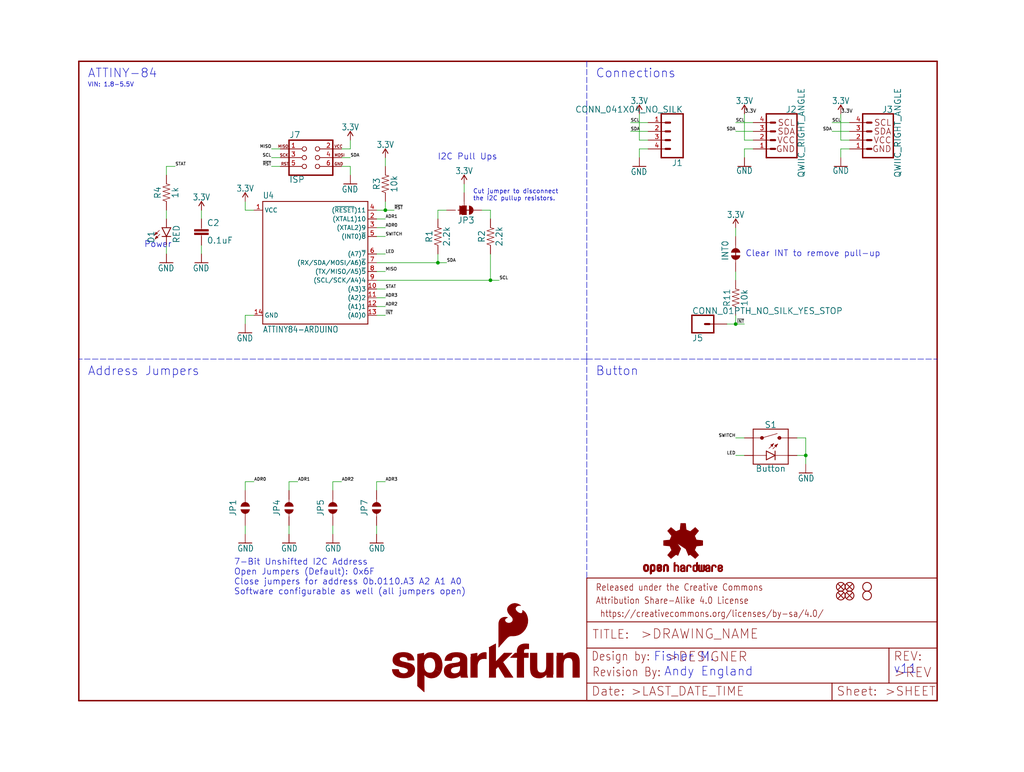
<source format=kicad_sch>
(kicad_sch (version 20211123) (generator eeschema)
  (paper "User" 297.002 223.926)
  (lib_symbols
    (symbol "eagleSchem-eagle-import:0.1UF-0603-25V-(+80{slash}-20%)"
      (property "Reference" "C" (at 1.524 2.921 0))
      (property "Value" "0.1UF-0603-25V-(+80{slash}-20%)" (at 1.524 -2.159 0))
      (symbol "0.1UF-0603-25V-(+80{slash}-20%)_1_0"
        (pin passive line (at 0 5.08 270) (length 2.54) (name "1") (number "1"))
        (pin passive line (at 0 -2.54 90) (length 2.54) (name "2") (number "2"))
      )
    )
    (symbol "eagleSchem-eagle-import:10KOHM-0603-1{slash}10W-1%"
      (property "Reference" "R" (at 0 1.524 0))
      (property "Value" "10KOHM-0603-1{slash}10W-1%" (at 0 -1.524 0))
      (symbol "10KOHM-0603-1{slash}10W-1%_1_0"
        (pin passive line (at -5.08 0 0) (length 2.54) (name "1") (number "1"))
        (pin passive line (at 5.08 0 180) (length 2.54) (name "2") (number "2"))
      )
    )
    (symbol "eagleSchem-eagle-import:1KOHM-0603-1{slash}10W-1%"
      (property "Reference" "R" (at 0 1.524 0))
      (property "Value" "1KOHM-0603-1{slash}10W-1%" (at 0 -1.524 0))
      (symbol "1KOHM-0603-1{slash}10W-1%_1_0"
        (pin passive line (at -5.08 0 0) (length 2.54) (name "1") (number "1"))
        (pin passive line (at 5.08 0 180) (length 2.54) (name "2") (number "2"))
      )
    )
    (symbol "eagleSchem-eagle-import:2.2KOHM-0603-1{slash}10W-1%"
      (property "Reference" "R" (at 0 1.524 0))
      (property "Value" "2.2KOHM-0603-1{slash}10W-1%" (at 0 -1.524 0))
      (symbol "2.2KOHM-0603-1{slash}10W-1%_1_0"
        (pin passive line (at -5.08 0 0) (length 2.54) (name "1") (number "1"))
        (pin passive line (at 5.08 0 180) (length 2.54) (name "2") (number "2"))
      )
    )
    (symbol "eagleSchem-eagle-import:3.3V" (power)
      (property "Value" "3.3V" (at 0 2.794 0))
      (symbol "3.3V_1_0"
        (pin power_in line (at 0 0 90) (length 2.54) (name "3.3V") (number "1"))
      )
    )
    (symbol "eagleSchem-eagle-import:ATTINY84-ARDUINO"
      (property "Reference" "U" (at -15.24 18.542 0))
      (property "Value" "ATTINY84-ARDUINO" (at -15.24 -20.32 0))
      (symbol "ATTINY84-ARDUINO_1_0"
        (pin bidirectional line (at -17.78 15.24 0) (length 2.54) (name "VCC") (number "1"))
        (pin bidirectional line (at 17.78 -7.62 180) (length 2.54) (name "(A3)3") (number "10"))
        (pin bidirectional line (at 17.78 -10.16 180) (length 2.54) (name "(A2)2") (number "11"))
        (pin bidirectional line (at 17.78 -12.7 180) (length 2.54) (name "(A1)1") (number "12"))
        (pin bidirectional line (at 17.78 -15.24 180) (length 2.54) (name "(A0)0") (number "13"))
        (pin bidirectional line (at -17.78 -15.24 0) (length 2.54) (name "GND") (number "14"))
        (pin bidirectional line (at 17.78 12.7 180) (length 2.54) (name "(XTAL1)10") (number "2"))
        (pin bidirectional line (at 17.78 10.16 180) (length 2.54) (name "(XTAL2)9") (number "3"))
        (pin bidirectional line (at 17.78 15.24 180) (length 2.54) (name "(~{RESET})11") (number "4"))
        (pin bidirectional line (at 17.78 7.62 180) (length 2.54) (name "(INT0)~{8}") (number "5"))
        (pin bidirectional line (at 17.78 2.54 180) (length 2.54) (name "(A7)~{7}") (number "6"))
        (pin bidirectional line (at 17.78 0 180) (length 2.54) (name "(RX/SDA/MOSI/A6)~{6}") (number "7"))
        (pin bidirectional line (at 17.78 -2.54 180) (length 2.54) (name "(TX/MISO/A5)~{5}") (number "8"))
        (pin bidirectional line (at 17.78 -5.08 180) (length 2.54) (name "(SCL/SCK/A4)4") (number "9"))
      )
    )
    (symbol "eagleSchem-eagle-import:AVR_SPI_PROG_3X2TESTPOINTS"
      (property "Reference" "J" (at -5.08 5.588 0))
      (property "Value" "AVR_SPI_PROG_3X2TESTPOINTS" (at -5.08 -7.366 0))
      (symbol "AVR_SPI_PROG_3X2TESTPOINTS_1_0"
        (text "GND" (at 8.001 -2.286 0) (effects (font (size 0.8128 0.8128)) (justify left bottom)))
        (text "MISO" (at -5.207 2.794 0) (effects (font (size 0.8128 0.8128)) (justify right bottom)))
        (text "MOSI" (at 8.001 0.254 0) (effects (font (size 0.8128 0.8128)) (justify left bottom)))
        (text "RST" (at -5.08 -2.286 0) (effects (font (size 0.8128 0.8128)) (justify right bottom)))
        (text "SCK" (at -5.207 0.254 0) (effects (font (size 0.8128 0.8128)) (justify right bottom)))
        (text "VCC" (at 8.001 2.794 0) (effects (font (size 0.8128 0.8128)) (justify left bottom)))
        (pin passive inverted (at -7.62 2.54 0) (length 7.62) (name "1") (number "1"))
        (pin passive inverted (at 10.16 2.54 180) (length 7.62) (name "2") (number "2"))
        (pin passive inverted (at -7.62 0 0) (length 7.62) (name "3") (number "3"))
        (pin passive inverted (at 10.16 0 180) (length 7.62) (name "4") (number "4"))
        (pin passive inverted (at -7.62 -2.54 0) (length 7.62) (name "5") (number "5"))
        (pin passive inverted (at 10.16 -2.54 180) (length 7.62) (name "6") (number "6"))
      )
    )
    (symbol "eagleSchem-eagle-import:CONN_01PTH_NO_SILK_YES_STOP"
      (property "Reference" "J" (at -2.54 3.048 0))
      (property "Value" "CONN_01PTH_NO_SILK_YES_STOP" (at -2.54 -4.826 0))
      (symbol "CONN_01PTH_NO_SILK_YES_STOP_1_0"
        (pin passive line (at 7.62 0 180) (length 5.08) (name "1") (number "1"))
      )
    )
    (symbol "eagleSchem-eagle-import:CONN_041X04_NO_SILK"
      (property "Reference" "J" (at -5.08 8.128 0))
      (property "Value" "CONN_041X04_NO_SILK" (at -5.08 -7.366 0))
      (symbol "CONN_041X04_NO_SILK_1_0"
        (pin passive line (at 5.08 -2.54 180) (length 5.08) (name "1") (number "1"))
        (pin passive line (at 5.08 0 180) (length 5.08) (name "2") (number "2"))
        (pin passive line (at 5.08 2.54 180) (length 5.08) (name "3") (number "3"))
        (pin passive line (at 5.08 5.08 180) (length 5.08) (name "4") (number "4"))
      )
    )
    (symbol "eagleSchem-eagle-import:FIDUCIALUFIDUCIAL")
    (symbol "eagleSchem-eagle-import:FRAME-LETTER"
      (symbol "FRAME-LETTER_2_0"
        (text " https://creativecommons.org/licenses/by-sa/4.0/" (at 2.54 24.13 0) (effects (font (size 1.9304 1.6408)) (justify left bottom)))
        (text ">DESIGNER" (at 23.114 11.176 0) (effects (font (size 2.7432 2.7432)) (justify left bottom)))
        (text ">DRAWING_NAME" (at 15.494 17.78 0) (effects (font (size 2.7432 2.7432)) (justify left bottom)))
        (text ">LAST_DATE_TIME" (at 12.7 1.27 0) (effects (font (size 2.54 2.54)) (justify left bottom)))
        (text ">REV" (at 88.9 6.604 0) (effects (font (size 2.7432 2.7432)) (justify left bottom)))
        (text ">SHEET" (at 86.36 1.27 0) (effects (font (size 2.54 2.54)) (justify left bottom)))
        (text "Attribution Share-Alike 4.0 License" (at 2.54 27.94 0) (effects (font (size 1.9304 1.6408)) (justify left bottom)))
        (text "Date:" (at 1.27 1.27 0) (effects (font (size 2.54 2.54)) (justify left bottom)))
        (text "Design by:" (at 1.27 11.43 0) (effects (font (size 2.54 2.159)) (justify left bottom)))
        (text "Released under the Creative Commons" (at 2.54 31.75 0) (effects (font (size 1.9304 1.6408)) (justify left bottom)))
        (text "REV:" (at 88.9 11.43 0) (effects (font (size 2.54 2.54)) (justify left bottom)))
        (text "Sheet:" (at 72.39 1.27 0) (effects (font (size 2.54 2.54)) (justify left bottom)))
        (text "TITLE:" (at 1.524 17.78 0) (effects (font (size 2.54 2.54)) (justify left bottom)))
      )
    )
    (symbol "eagleSchem-eagle-import:GND" (power)
      (property "Value" "GND" (at -2.54 -2.54 0))
      (symbol "GND_1_0"
        (pin power_in line (at 0 2.54 270) (length 2.54) (name "GND") (number "1"))
      )
    )
    (symbol "eagleSchem-eagle-import:JUMPER-SMT_2_NC_TRACE_SILK"
      (property "Reference" "JP" (at -2.54 2.54 0))
      (property "Value" "JUMPER-SMT_2_NC_TRACE_SILK" (at -2.54 -2.54 0))
      (symbol "JUMPER-SMT_2_NC_TRACE_SILK_1_0"
        (pin passive line (at -5.08 0 0) (length 2.54) (name "1") (number "1"))
        (pin passive line (at 5.08 0 180) (length 2.54) (name "2") (number "2"))
      )
    )
    (symbol "eagleSchem-eagle-import:JUMPER-SMT_2_NO_NO-SILK"
      (property "Reference" "JP" (at -2.54 2.54 0))
      (property "Value" "JUMPER-SMT_2_NO_NO-SILK" (at -2.54 -2.54 0))
      (symbol "JUMPER-SMT_2_NO_NO-SILK_1_0"
        (pin passive line (at -5.08 0 0) (length 2.54) (name "1") (number "1"))
        (pin passive line (at 5.08 0 180) (length 2.54) (name "2") (number "2"))
      )
    )
    (symbol "eagleSchem-eagle-import:JUMPER-SMT_3_2-NC_TRACE_SILK"
      (property "Reference" "JP" (at 2.54 0.381 0))
      (property "Value" "JUMPER-SMT_3_2-NC_TRACE_SILK" (at 2.54 -0.381 0))
      (symbol "JUMPER-SMT_3_2-NC_TRACE_SILK_1_0"
        (pin passive line (at 0 5.08 270) (length 2.54) (name "1") (number "1"))
        (pin passive line (at -5.08 0 0) (length 2.54) (name "2") (number "2"))
        (pin passive line (at 0 -5.08 90) (length 2.54) (name "3") (number "3"))
      )
    )
    (symbol "eagleSchem-eagle-import:LED-RED0603"
      (property "Reference" "D" (at -3.429 -4.572 90))
      (property "Value" "LED-RED0603" (at 1.905 -4.572 90))
      (symbol "LED-RED0603_1_0"
        (pin passive line (at 0 2.54 270) (length 2.54) (name "A") (number "A"))
        (pin passive line (at 0 -5.08 90) (length 2.54) (name "C") (number "C"))
      )
    )
    (symbol "eagleSchem-eagle-import:MOMENTARY-SWITCH-SPST-LED-PTH-12MM"
      (property "Reference" "S" (at 0 5.334 0))
      (property "Value" "MOMENTARY-SWITCH-SPST-LED-PTH-12MM" (at 0 -5.334 0))
      (symbol "MOMENTARY-SWITCH-SPST-LED-PTH-12MM_1_0"
        (pin passive line (at 7.62 2.54 180) (length 2.54) (name "2") (number "2"))
        (pin passive line (at -7.62 2.54 0) (length 2.54) (name "1") (number "4"))
        (pin passive line (at -7.62 -2.54 0) (length 2.54) (name "A") (number "A"))
        (pin passive line (at 7.62 -2.54 180) (length 2.54) (name "C") (number "C"))
      )
    )
    (symbol "eagleSchem-eagle-import:OSHW-LOGOMINI")
    (symbol "eagleSchem-eagle-import:QWIIC_CONNECTORJS-1MM"
      (property "Reference" "J" (at -5.08 7.874 0))
      (property "Value" "QWIIC_CONNECTORJS-1MM" (at -5.08 -5.334 0))
      (symbol "QWIIC_CONNECTORJS-1MM_1_0"
        (text "GND" (at -4.572 -2.54 0) (effects (font (size 1.778 1.778)) (justify left)))
        (text "SCL" (at -4.572 5.08 0) (effects (font (size 1.778 1.778)) (justify left)))
        (text "SDA" (at -4.572 2.54 0) (effects (font (size 1.778 1.778)) (justify left)))
        (text "VCC" (at -4.572 0 0) (effects (font (size 1.778 1.778)) (justify left)))
        (pin power_in line (at 7.62 -2.54 180) (length 5.08) (name "1") (number "1"))
        (pin power_in line (at 7.62 0 180) (length 5.08) (name "2") (number "2"))
        (pin passive line (at 7.62 2.54 180) (length 5.08) (name "3") (number "3"))
        (pin passive line (at 7.62 5.08 180) (length 5.08) (name "4") (number "4"))
      )
    )
    (symbol "eagleSchem-eagle-import:REVISION"
      (symbol "REVISION_1_0"
        (text "Revision By: " (at 0 0 0) (effects (font (size 2.54 2.159)) (justify left bottom)))
      )
    )
    (symbol "eagleSchem-eagle-import:SFE_LOGO_FLAME.1_INCH")
    (symbol "eagleSchem-eagle-import:SFE_LOGO_NAME.1_INCH")
    (symbol "eagleSchem-eagle-import:STAND-OFF")
    (symbol "eagleSchem-eagle-import:VCC" (power)
      (property "Value" "VCC" (at 0 2.794 0))
      (symbol "VCC_1_0"
        (pin power_in line (at 0 0 90) (length 2.54) (name "VCC") (number "1"))
      )
    )
  )
  (junction (at 213.36 93.98))
  (junction (at 233.68 132.08))
  (junction (at 142.24 81.28))
  (junction (at 127 76.2))
  (junction (at 111.76 60.96))
  (wire (pts (xy 215.9 43.18) (xy 215.9 45.72)))
  (wire (pts (xy 215.9 40.64) (xy 218.44 40.64)))
  (wire (pts (xy 142.24 73.66) (xy 142.24 81.28)))
  (wire (pts (xy 71.12 152.4) (xy 71.12 154.94)))
  (wire (pts (xy 96.52 139.7) (xy 99.06 139.7)))
  (wire (pts (xy 243.84 40.64) (xy 246.38 40.64)))
  (wire (pts (xy 109.22 139.7) (xy 111.76 139.7)))
  (wire (pts (xy 213.36 93.98) (xy 215.9 93.98)))
  (wire (pts (xy 83.82 139.7) (xy 86.36 139.7)))
  (wire (pts (xy 99.06 43.18) (xy 101.6 43.18)))
  (wire (pts (xy 96.52 152.4) (xy 96.52 154.94)))
  (wire (pts (xy 81.28 45.72) (xy 78.74 45.72)))
  (wire (pts (xy 233.68 127) (xy 233.68 132.08)))
  (wire (pts (xy 109.22 73.66) (xy 111.76 73.66)))
  (wire (pts (xy 109.22 152.4) (xy 109.22 154.94)))
  (wire (pts (xy 127 73.66) (xy 127 76.2)))
  (wire (pts (xy 109.22 76.2) (xy 127 76.2)))
  (wire (pts (xy 109.22 66.04) (xy 111.76 66.04)))
  (wire (pts (xy 218.44 35.56) (xy 213.36 35.56)))
  (wire (pts (xy 83.82 142.24) (xy 83.82 139.7)))
  (wire (pts (xy 185.42 45.72) (xy 185.42 43.18)))
  (wire (pts (xy 109.22 142.24) (xy 109.22 139.7)))
  (wire (pts (xy 213.36 66.04) (xy 213.36 68.58)))
  (wire (pts (xy 71.12 142.24) (xy 71.12 139.7)))
  (wire (pts (xy 96.52 142.24) (xy 96.52 139.7)))
  (wire (pts (xy 213.36 78.74) (xy 213.36 81.28)))
  (wire (pts (xy 101.6 40.64) (xy 101.6 43.18)))
  (wire (pts (xy 187.96 35.56) (xy 182.88 35.56)))
  (wire (pts (xy 109.22 68.58) (xy 111.76 68.58)))
  (wire (pts (xy 48.26 48.26) (xy 50.8 48.26)))
  (wire (pts (xy 246.38 43.18) (xy 243.84 43.18)))
  (wire (pts (xy 83.82 152.4) (xy 83.82 154.94)))
  (wire (pts (xy 58.42 71.12) (xy 58.42 73.66)))
  (wire (pts (xy 142.24 60.96) (xy 142.24 63.5)))
  (wire (pts (xy 215.9 33.02) (xy 215.9 40.64)))
  (wire (pts (xy 109.22 63.5) (xy 111.76 63.5)))
  (wire (pts (xy 48.26 73.66) (xy 48.26 71.12)))
  (wire (pts (xy 233.68 132.08) (xy 233.68 134.62)))
  (wire (pts (xy 231.14 127) (xy 233.68 127)))
  (wire (pts (xy 134.62 55.88) (xy 134.62 53.34)))
  (wire (pts (xy 81.28 48.26) (xy 78.74 48.26)))
  (wire (pts (xy 99.06 48.26) (xy 101.6 48.26)))
  (wire (pts (xy 215.9 127) (xy 213.36 127)))
  (polyline (pts (xy 170.18 104.14) (xy 170.18 167.64)))
  (wire (pts (xy 246.38 35.56) (xy 241.3 35.56)))
  (wire (pts (xy 127 60.96) (xy 127 63.5)))
  (wire (pts (xy 81.28 43.18) (xy 78.74 43.18)))
  (wire (pts (xy 109.22 78.74) (xy 111.76 78.74)))
  (wire (pts (xy 210.82 93.98) (xy 213.36 93.98)))
  (wire (pts (xy 213.36 91.44) (xy 213.36 93.98)))
  (wire (pts (xy 111.76 48.26) (xy 111.76 45.72)))
  (wire (pts (xy 218.44 38.1) (xy 213.36 38.1)))
  (wire (pts (xy 243.84 43.18) (xy 243.84 45.72)))
  (wire (pts (xy 48.26 50.8) (xy 48.26 48.26)))
  (wire (pts (xy 73.66 60.96) (xy 71.12 60.96)))
  (wire (pts (xy 71.12 139.7) (xy 73.66 139.7)))
  (wire (pts (xy 185.42 33.02) (xy 185.42 40.64)))
  (wire (pts (xy 142.24 81.28) (xy 144.78 81.28)))
  (wire (pts (xy 187.96 40.64) (xy 185.42 40.64)))
  (wire (pts (xy 71.12 91.44) (xy 71.12 93.98)))
  (wire (pts (xy 73.66 91.44) (xy 71.12 91.44)))
  (wire (pts (xy 187.96 43.18) (xy 185.42 43.18)))
  (wire (pts (xy 109.22 86.36) (xy 111.76 86.36)))
  (wire (pts (xy 111.76 60.96) (xy 111.76 58.42)))
  (wire (pts (xy 48.26 63.5) (xy 48.26 60.96)))
  (wire (pts (xy 139.7 60.96) (xy 142.24 60.96)))
  (wire (pts (xy 109.22 81.28) (xy 142.24 81.28)))
  (wire (pts (xy 187.96 38.1) (xy 182.88 38.1)))
  (wire (pts (xy 109.22 91.44) (xy 111.76 91.44)))
  (wire (pts (xy 246.38 38.1) (xy 241.3 38.1)))
  (wire (pts (xy 215.9 132.08) (xy 213.36 132.08)))
  (wire (pts (xy 101.6 48.26) (xy 101.6 50.8)))
  (wire (pts (xy 58.42 63.5) (xy 58.42 60.96)))
  (wire (pts (xy 231.14 132.08) (xy 233.68 132.08)))
  (wire (pts (xy 71.12 60.96) (xy 71.12 58.42)))
  (wire (pts (xy 99.06 45.72) (xy 101.6 45.72)))
  (wire (pts (xy 218.44 43.18) (xy 215.9 43.18)))
  (wire (pts (xy 127 76.2) (xy 129.54 76.2)))
  (wire (pts (xy 111.76 60.96) (xy 114.3 60.96)))
  (wire (pts (xy 243.84 33.02) (xy 243.84 40.64)))
  (wire (pts (xy 129.54 60.96) (xy 127 60.96)))
  (polyline (pts (xy 170.18 17.78) (xy 170.18 104.14)))
  (wire (pts (xy 109.22 83.82) (xy 111.76 83.82)))
  (wire (pts (xy 109.22 88.9) (xy 111.76 88.9)))
  (polyline (pts (xy 170.18 104.14) (xy 22.86 104.14)))
  (polyline (pts (xy 170.18 104.14) (xy 271.78 104.14)))
  (wire (pts (xy 109.22 60.96) (xy 111.76 60.96)))
  (text "Address Jumpers" (at 25.4 109.22 180) (effects (font (size 2.54 2.54)) (justify left bottom)))
  (text "I2C Pull Ups" (at 126.873 46.609 180) (effects (font (size 1.778 1.778)) (justify left bottom)))
  (text "Button" (at 172.72 109.22 180) (effects (font (size 2.54 2.54)) (justify left bottom)))
  (text "Cut jumper to disconnect\nthe I2C pullup resistors." (at 137.16 58.42 0) (effects (font (size 1.27 1.27)) (justify left bottom)))
  (text "v11" (at 259.08 195.58 180) (effects (font (size 2.54 2.54)) (justify left bottom)))
  (text "Andy England" (at 192.532 196.342 180) (effects (font (size 2.54 2.54)) (justify left bottom)))
  (text "Fisher M." (at 189.484 192.024 180) (effects (font (size 2.54 2.54)) (justify left bottom)))
  (text "7-Bit Unshifted I2C Address\nOpen Jumpers (Default): 0x6F\nClose jumpers for address 0b.0110.A3 A2 A1 A0\nSoftware configurable as well (all jumpers open)" (at 67.818 172.72 0) (effects (font (size 1.778 1.778)) (justify left bottom)))
  (text "Power" (at 41.783 72.009 180) (effects (font (size 1.778 1.778)) (justify left bottom)))
  (text "VIN: 1.8-5.5V" (at 25.4 25.4 180) (effects (font (size 1.27 1.27)) (justify left bottom)))
  (text "ATTINY-84" (at 25.4 22.86 180) (effects (font (size 2.54 2.54)) (justify left bottom)))
  (text "Connections" (at 172.72 22.86 180) (effects (font (size 2.54 2.54)) (justify left bottom)))
  (text "Clear INT to remove pull-up" (at 216.154 74.676 180) (effects (font (size 1.778 1.778)) (justify left bottom)))
  (label "3.3V" (at 215.9 33.02 0) (effects (font (size 1.016 1.016))))
  (label "SCL" (at 78.74 45.72 180) (effects (font (size 0.889 0.889))))
  (label "SWITCH" (at 213.36 127 180) (effects (font (size 0.889 0.889))))
  (label "SCL" (at 213.36 35.56 0) (effects (font (size 0.889 0.889))))
  (label "ADR2" (at 111.76 88.9 0) (effects (font (size 0.889 0.889))))
  (label "~{INT}" (at 111.76 91.44 0) (effects (font (size 0.889 0.889))))
  (label "MISO" (at 78.74 43.18 180) (effects (font (size 0.889 0.889))))
  (label "3.3V" (at 243.84 33.02 0) (effects (font (size 1.016 1.016))))
  (label "SCL" (at 241.3 35.56 0) (effects (font (size 0.889 0.889))))
  (label "SCL" (at 182.88 35.56 0) (effects (font (size 0.889 0.889))))
  (label "SCL" (at 144.78 81.28 0) (effects (font (size 0.889 0.889))))
  (label "ADR3" (at 111.76 139.7 0) (effects (font (size 0.889 0.889))))
  (label "~{RST}" (at 78.74 48.26 180) (effects (font (size 0.889 0.889))))
  (label "MISO" (at 111.76 78.74 0) (effects (font (size 0.889 0.889))))
  (label "LED" (at 111.76 73.66 0) (effects (font (size 0.889 0.889))))
  (label "LED" (at 213.36 132.08 180) (effects (font (size 0.889 0.889))))
  (label "STAT" (at 50.8 48.26 0) (effects (font (size 0.889 0.889))))
  (label "SDA" (at 182.88 38.1 0) (effects (font (size 0.889 0.889))))
  (label "~{RST}" (at 114.3 60.96 0) (effects (font (size 0.889 0.889))))
  (label "ADR3" (at 111.76 86.36 0) (effects (font (size 0.889 0.889))))
  (label "SDA" (at 129.54 76.2 0) (effects (font (size 0.889 0.889))))
  (label "STAT" (at 111.76 83.82 0) (effects (font (size 0.889 0.889))))
  (label "~{INT}" (at 215.9 93.98 180) (effects (font (size 0.889 0.889))))
  (label "ADR0" (at 111.76 66.04 0) (effects (font (size 0.889 0.889))))
  (label "ADR0" (at 73.66 139.7 0) (effects (font (size 0.889 0.889))))
  (label "SDA" (at 213.36 38.1 180) (effects (font (size 0.889 0.889))))
  (label "ADR1" (at 86.36 139.7 0) (effects (font (size 0.889 0.889))))
  (label "SDA" (at 101.6 45.72 0) (effects (font (size 0.889 0.889))))
  (label "SDA" (at 241.3 38.1 180) (effects (font (size 0.889 0.889))))
  (label "ADR2" (at 99.06 139.7 0) (effects (font (size 0.889 0.889))))
  (label "ADR1" (at 111.76 63.5 0) (effects (font (size 0.889 0.889))))
  (label "SWITCH" (at 111.76 68.58 0) (effects (font (size 0.889 0.889))))
  (symbol (lib_id "eagleSchem-eagle-import:GND") (at 185.42 48.26 0) (unit 1)
    (property "Reference" "#GND8" (effects hide))
    (property "Value" "GND" (at 182.88 50.8 0) (effects (font (size 1.778 1.5113)) (justify left bottom)))
    (property "Footprint" "eagleSchem:" (effects hide))
  )
  (symbol (lib_id "eagleSchem-eagle-import:3.3V") (at 134.62 53.34 0) (unit 1)
    (property "Reference" "#SUPPLY15" (effects hide))
    (property "Value" "3.3V" (at 134.62 50.546 0) (effects (font (size 1.778 1.5113)) (justify bottom)))
    (property "Footprint" "eagleSchem:" (effects hide))
  )
  (symbol (lib_id "eagleSchem-eagle-import:AVR_SPI_PROG_3X2TESTPOINTS") (at 88.9 45.72 0) (unit 1)
    (property "Reference" "J7" (at 83.82 40.132 0) (effects (font (size 1.778 1.778)) (justify left bottom)))
    (property "Value" "ISP" (at 83.82 53.086 0) (effects (font (size 1.778 1.778)) (justify left bottom)))
    (property "Footprint" "eagleSchem:2X3_TEST_POINTS" (effects hide))
  )
  (symbol (lib_id "eagleSchem-eagle-import:ATTINY84-ARDUINO") (at 91.44 76.2 0) (unit 1)
    (property "Reference" "U4" (at 76.2 57.658 0) (effects (font (size 1.778 1.5113)) (justify left bottom)))
    (property "Value" "ATTINY84-ARDUINO" (at 76.2 96.52 0) (effects (font (size 1.778 1.5113)) (justify left bottom)))
    (property "Footprint" "eagleSchem:SO14" (effects hide))
  )
  (symbol (lib_id "eagleSchem-eagle-import:GND") (at 215.9 48.26 0) (unit 1)
    (property "Reference" "#GND4" (effects hide))
    (property "Value" "GND" (at 215.9 48.514 0) (effects (font (size 1.778 1.5113)) (justify top)))
    (property "Footprint" "eagleSchem:" (effects hide))
  )
  (symbol (lib_id "eagleSchem-eagle-import:3.3V") (at 58.42 60.96 0) (unit 1)
    (property "Reference" "#SUPPLY2" (effects hide))
    (property "Value" "3.3V" (at 58.42 58.166 0) (effects (font (size 1.778 1.5113)) (justify bottom)))
    (property "Footprint" "eagleSchem:" (effects hide))
  )
  (symbol (lib_id "eagleSchem-eagle-import:VCC") (at 243.84 33.02 0) (unit 1)
    (property "Reference" "#SUPPLY7" (effects hide))
    (property "Value" "3.3V" (at 243.84 30.226 0) (effects (font (size 1.778 1.5113)) (justify bottom)))
    (property "Footprint" "eagleSchem:" (effects hide))
  )
  (symbol (lib_id "eagleSchem-eagle-import:JUMPER-SMT_2_NC_TRACE_SILK") (at 213.36 73.66 90) (unit 1)
    (property "Reference" "INT0" (at 211.328 75.692 0) (effects (font (size 1.778 1.778)) (justify left bottom)))
    (property "Value" "JUMPER-SMT_2_NC_TRACE_SILK" (effects hide))
    (property "Footprint" "eagleSchem:SMT-JUMPER_2_NC_TRACE_SILK" (effects hide))
  )
  (symbol (lib_id "eagleSchem-eagle-import:FIDUCIALUFIDUCIAL") (at 246.38 170.18 0) (unit 1)
    (property "Reference" "JP6" (effects hide))
    (property "Value" "FIDUCIALUFIDUCIAL" (effects hide))
    (property "Footprint" "eagleSchem:MICRO-FIDUCIAL" (effects hide))
  )
  (symbol (lib_id "eagleSchem-eagle-import:GND") (at 233.68 137.16 0) (mirror y) (unit 1)
    (property "Reference" "#GND2" (effects hide))
    (property "Value" "GND" (at 236.22 139.7 0) (effects (font (size 1.778 1.5113)) (justify left bottom)))
    (property "Footprint" "eagleSchem:" (effects hide))
  )
  (symbol (lib_id "eagleSchem-eagle-import:FIDUCIALUFIDUCIAL") (at 243.84 170.18 0) (unit 1)
    (property "Reference" "JP2" (effects hide))
    (property "Value" "FIDUCIALUFIDUCIAL" (effects hide))
    (property "Footprint" "eagleSchem:MICRO-FIDUCIAL" (effects hide))
  )
  (symbol (lib_id "eagleSchem-eagle-import:GND") (at 243.84 48.26 0) (unit 1)
    (property "Reference" "#GND6" (effects hide))
    (property "Value" "GND" (at 243.84 48.514 0) (effects (font (size 1.778 1.5113)) (justify top)))
    (property "Footprint" "eagleSchem:" (effects hide))
  )
  (symbol (lib_id "eagleSchem-eagle-import:FIDUCIALUFIDUCIAL") (at 243.84 172.72 0) (unit 1)
    (property "Reference" "JP8" (effects hide))
    (property "Value" "FIDUCIALUFIDUCIAL" (effects hide))
    (property "Footprint" "eagleSchem:MICRO-FIDUCIAL" (effects hide))
  )
  (symbol (lib_id "eagleSchem-eagle-import:10KOHM-0603-1{slash}10W-1%") (at 111.76 53.34 90) (unit 1)
    (property "Reference" "R3" (at 110.236 53.34 0) (effects (font (size 1.778 1.778)) (justify bottom)))
    (property "Value" "10k" (at 113.284 53.34 0) (effects (font (size 1.778 1.778)) (justify top)))
    (property "Footprint" "eagleSchem:0603" (effects hide))
  )
  (symbol (lib_id "eagleSchem-eagle-import:REVISION") (at 171.704 196.342 0) (unit 1)
    (property "Reference" "LOGO2" (effects hide))
    (property "Value" "REVISION" (effects hide))
    (property "Footprint" "eagleSchem:REVISION" (effects hide))
  )
  (symbol (lib_id "eagleSchem-eagle-import:GND") (at 71.12 157.48 0) (mirror y) (unit 1)
    (property "Reference" "#GND12" (effects hide))
    (property "Value" "GND" (at 73.66 160.02 0) (effects (font (size 1.778 1.5113)) (justify left bottom)))
    (property "Footprint" "eagleSchem:" (effects hide))
  )
  (symbol (lib_id "eagleSchem-eagle-import:SFE_LOGO_FLAME.1_INCH") (at 144.272 188.214 0) (unit 1)
    (property "Reference" "LOGO4" (effects hide))
    (property "Value" "SFE_LOGO_FLAME.1_INCH" (effects hide))
    (property "Footprint" "eagleSchem:SFE_LOGO_FLAME_.1" (effects hide))
  )
  (symbol (lib_id "eagleSchem-eagle-import:GND") (at 101.6 53.34 0) (unit 1)
    (property "Reference" "#GND14" (effects hide))
    (property "Value" "GND" (at 99.06 55.88 0) (effects (font (size 1.778 1.5113)) (justify left bottom)))
    (property "Footprint" "eagleSchem:" (effects hide))
  )
  (symbol (lib_id "eagleSchem-eagle-import:2.2KOHM-0603-1{slash}10W-1%") (at 142.24 68.58 90) (unit 1)
    (property "Reference" "R2" (at 140.716 68.58 0) (effects (font (size 1.778 1.778)) (justify bottom)))
    (property "Value" "2.2k" (at 143.764 68.58 0) (effects (font (size 1.778 1.778)) (justify top)))
    (property "Footprint" "eagleSchem:0603" (effects hide))
  )
  (symbol (lib_id "eagleSchem-eagle-import:JUMPER-SMT_2_NO_NO-SILK") (at 96.52 147.32 90) (unit 1)
    (property "Reference" "JP5" (at 93.98 149.86 0) (effects (font (size 1.778 1.778)) (justify left bottom)))
    (property "Value" "JUMPER-SMT_2_NO_NO-SILK" (effects hide))
    (property "Footprint" "eagleSchem:SMT-JUMPER_2_NO_NO-SILK" (effects hide))
  )
  (symbol (lib_id "eagleSchem-eagle-import:JUMPER-SMT_2_NO_NO-SILK") (at 71.12 147.32 90) (unit 1)
    (property "Reference" "JP1" (at 68.58 149.86 0) (effects (font (size 1.778 1.778)) (justify left bottom)))
    (property "Value" "JUMPER-SMT_2_NO_NO-SILK" (effects hide))
    (property "Footprint" "eagleSchem:SMT-JUMPER_2_NO_NO-SILK" (effects hide))
  )
  (symbol (lib_id "eagleSchem-eagle-import:GND") (at 96.52 157.48 0) (mirror y) (unit 1)
    (property "Reference" "#GND3" (effects hide))
    (property "Value" "GND" (at 99.06 160.02 0) (effects (font (size 1.778 1.5113)) (justify left bottom)))
    (property "Footprint" "eagleSchem:" (effects hide))
  )
  (symbol (lib_id "eagleSchem-eagle-import:10KOHM-0603-1{slash}10W-1%") (at 213.36 86.36 90) (unit 1)
    (property "Reference" "R11" (at 211.836 86.36 0) (effects (font (size 1.778 1.778)) (justify bottom)))
    (property "Value" "10k" (at 214.884 86.36 0) (effects (font (size 1.778 1.778)) (justify top)))
    (property "Footprint" "eagleSchem:0603" (effects hide))
  )
  (symbol (lib_id "eagleSchem-eagle-import:JUMPER-SMT_2_NO_NO-SILK") (at 83.82 147.32 90) (unit 1)
    (property "Reference" "JP4" (at 81.28 149.86 0) (effects (font (size 1.778 1.778)) (justify left bottom)))
    (property "Value" "JUMPER-SMT_2_NO_NO-SILK" (effects hide))
    (property "Footprint" "eagleSchem:SMT-JUMPER_2_NO_NO-SILK" (effects hide))
  )
  (symbol (lib_id "eagleSchem-eagle-import:CONN_01PTH_NO_SILK_YES_STOP") (at 203.2 93.98 0) (mirror x) (unit 1)
    (property "Reference" "J5" (at 200.66 97.028 0) (effects (font (size 1.778 1.778)) (justify left bottom)))
    (property "Value" "CONN_01PTH_NO_SILK_YES_STOP" (at 200.66 89.154 0) (effects (font (size 1.778 1.778)) (justify left bottom)))
    (property "Footprint" "eagleSchem:1X01_NO_SILK" (effects hide))
  )
  (symbol (lib_id "eagleSchem-eagle-import:LED-RED0603") (at 48.26 66.04 0) (unit 1)
    (property "Reference" "D1" (at 44.831 70.612 90) (effects (font (size 1.778 1.778)) (justify left bottom)))
    (property "Value" "RED" (at 50.165 70.612 90) (effects (font (size 1.778 1.778)) (justify left top)))
    (property "Footprint" "eagleSchem:LED-0603" (effects hide))
  )
  (symbol (lib_id "eagleSchem-eagle-import:STAND-OFF") (at 251.46 170.18 0) (unit 1)
    (property "Reference" "H1" (effects hide))
    (property "Value" "STAND-OFF" (effects hide))
    (property "Footprint" "eagleSchem:STAND-OFF" (effects hide))
  )
  (symbol (lib_id "eagleSchem-eagle-import:STAND-OFF") (at 251.46 172.72 0) (unit 1)
    (property "Reference" "H2" (effects hide))
    (property "Value" "STAND-OFF" (effects hide))
    (property "Footprint" "eagleSchem:STAND-OFF" (effects hide))
  )
  (symbol (lib_id "eagleSchem-eagle-import:3.3V") (at 185.42 33.02 0) (unit 1)
    (property "Reference" "#SUPPLY12" (effects hide))
    (property "Value" "3.3V" (at 185.42 30.226 0) (effects (font (size 1.778 1.5113)) (justify bottom)))
    (property "Footprint" "eagleSchem:" (effects hide))
  )
  (symbol (lib_id "eagleSchem-eagle-import:QWIIC_CONNECTORJS-1MM") (at 226.06 40.64 0) (mirror y) (unit 1)
    (property "Reference" "J2" (at 231.14 32.766 0) (effects (font (size 1.778 1.778)) (justify left bottom)))
    (property "Value" "QWIIC_RIGHT_ANGLE" (at 231.394 25.4 90) (effects (font (size 1.778 1.778)) (justify right bottom)))
    (property "Footprint" "eagleSchem:JST04_1MM_RA" (effects hide))
  )
  (symbol (lib_id "eagleSchem-eagle-import:3.3V") (at 213.36 66.04 0) (unit 1)
    (property "Reference" "#SUPPLY5" (effects hide))
    (property "Value" "3.3V" (at 213.36 63.246 0) (effects (font (size 1.778 1.5113)) (justify bottom)))
    (property "Footprint" "eagleSchem:" (effects hide))
  )
  (symbol (lib_id "eagleSchem-eagle-import:GND") (at 109.22 157.48 0) (mirror y) (unit 1)
    (property "Reference" "#GND5" (effects hide))
    (property "Value" "GND" (at 111.76 160.02 0) (effects (font (size 1.778 1.5113)) (justify left bottom)))
    (property "Footprint" "eagleSchem:" (effects hide))
  )
  (symbol (lib_id "eagleSchem-eagle-import:3.3V") (at 71.12 58.42 0) (unit 1)
    (property "Reference" "#SUPPLY17" (effects hide))
    (property "Value" "3.3V" (at 71.12 55.626 0) (effects (font (size 1.778 1.5113)) (justify bottom)))
    (property "Footprint" "eagleSchem:" (effects hide))
  )
  (symbol (lib_id "eagleSchem-eagle-import:FIDUCIALUFIDUCIAL") (at 246.38 172.72 0) (unit 1)
    (property "Reference" "JP9" (effects hide))
    (property "Value" "FIDUCIALUFIDUCIAL" (effects hide))
    (property "Footprint" "eagleSchem:MICRO-FIDUCIAL" (effects hide))
  )
  (symbol (lib_id "eagleSchem-eagle-import:GND") (at 71.12 96.52 0) (unit 1)
    (property "Reference" "#GND13" (effects hide))
    (property "Value" "GND" (at 68.58 99.06 0) (effects (font (size 1.778 1.5113)) (justify left bottom)))
    (property "Footprint" "eagleSchem:" (effects hide))
  )
  (symbol (lib_id "eagleSchem-eagle-import:CONN_041X04_NO_SILK") (at 193.04 38.1 180) (unit 1)
    (property "Reference" "J1" (at 198.12 46.228 0) (effects (font (size 1.778 1.778)) (justify left bottom)))
    (property "Value" "CONN_041X04_NO_SILK" (at 198.12 30.734 0) (effects (font (size 1.778 1.778)) (justify left bottom)))
    (property "Footprint" "eagleSchem:1X04_NO_SILK" (effects hide))
  )
  (symbol (lib_id "eagleSchem-eagle-import:GND") (at 48.26 76.2 0) (unit 1)
    (property "Reference" "#GND10" (effects hide))
    (property "Value" "GND" (at 45.72 78.74 0) (effects (font (size 1.778 1.5113)) (justify left bottom)))
    (property "Footprint" "eagleSchem:" (effects hide))
  )
  (symbol (lib_id "eagleSchem-eagle-import:FRAME-LETTER") (at 170.18 203.2 0) (unit 2)
    (property "Reference" "FRAME1" (effects hide))
    (property "Value" "FRAME-LETTER" (effects hide))
    (property "Footprint" "eagleSchem:CREATIVE_COMMONS" (effects hide))
  )
  (symbol (lib_id "eagleSchem-eagle-import:QWIIC_CONNECTORJS-1MM") (at 254 40.64 0) (mirror y) (unit 1)
    (property "Reference" "J3" (at 259.08 32.766 0) (effects (font (size 1.778 1.778)) (justify left bottom)))
    (property "Value" "QWIIC_RIGHT_ANGLE" (at 259.334 25.4 90) (effects (font (size 1.778 1.778)) (justify right bottom)))
    (property "Footprint" "eagleSchem:JST04_1MM_RA" (effects hide))
  )
  (symbol (lib_id "eagleSchem-eagle-import:FRAME-LETTER") (at 22.86 203.2 0) (unit 1)
    (property "Reference" "FRAME1" (effects hide))
    (property "Value" "FRAME-LETTER" (effects hide))
    (property "Footprint" "eagleSchem:CREATIVE_COMMONS" (effects hide))
  )
  (symbol (lib_id "eagleSchem-eagle-import:3.3V") (at 101.6 40.64 0) (unit 1)
    (property "Reference" "#SUPPLY19" (effects hide))
    (property "Value" "3.3V" (at 101.6 37.846 0) (effects (font (size 1.778 1.5113)) (justify bottom)))
    (property "Footprint" "eagleSchem:" (effects hide))
  )
  (symbol (lib_id "eagleSchem-eagle-import:OSHW-LOGOMINI") (at 198.12 157.48 0) (unit 1)
    (property "Reference" "LOGO1" (effects hide))
    (property "Value" "OSHW-LOGOMINI" (effects hide))
    (property "Footprint" "eagleSchem:OSHW-LOGO-MINI" (effects hide))
  )
  (symbol (lib_id "eagleSchem-eagle-import:3.3V") (at 111.76 45.72 0) (unit 1)
    (property "Reference" "#SUPPLY18" (effects hide))
    (property "Value" "3.3V" (at 111.76 42.926 0) (effects (font (size 1.778 1.5113)) (justify bottom)))
    (property "Footprint" "eagleSchem:" (effects hide))
  )
  (symbol (lib_id "eagleSchem-eagle-import:MOMENTARY-SWITCH-SPST-LED-PTH-12MM") (at 223.52 129.54 0) (unit 1)
    (property "Reference" "S1" (at 223.52 124.206 0) (effects (font (size 1.778 1.778)) (justify bottom)))
    (property "Value" "Button" (at 223.52 134.874 0) (effects (font (size 1.778 1.778)) (justify top)))
    (property "Footprint" "eagleSchem:TACTILE_SWITCH_LED_PTH_12MM" (effects hide))
  )
  (symbol (lib_id "eagleSchem-eagle-import:JUMPER-SMT_3_2-NC_TRACE_SILK") (at 134.62 60.96 270) (unit 1)
    (property "Reference" "JP3" (at 132.588 64.897 90) (effects (font (size 1.778 1.778)) (justify left bottom)))
    (property "Value" "JUMPER-SMT_3_2-NC_TRACE_SILK" (effects hide))
    (property "Footprint" "eagleSchem:SMT-JUMPER_3_2-NC_TRACE_SILK" (effects hide))
  )
  (symbol (lib_id "eagleSchem-eagle-import:JUMPER-SMT_2_NO_NO-SILK") (at 109.22 147.32 90) (unit 1)
    (property "Reference" "JP7" (at 106.68 149.86 0) (effects (font (size 1.778 1.778)) (justify left bottom)))
    (property "Value" "JUMPER-SMT_2_NO_NO-SILK" (effects hide))
    (property "Footprint" "eagleSchem:SMT-JUMPER_2_NO_NO-SILK" (effects hide))
  )
  (symbol (lib_id "eagleSchem-eagle-import:SFE_LOGO_NAME.1_INCH") (at 111.76 200.66 0) (unit 1)
    (property "Reference" "LOGO3" (effects hide))
    (property "Value" "SFE_LOGO_NAME.1_INCH" (effects hide))
    (property "Footprint" "eagleSchem:SFE_LOGO_NAME_.1" (effects hide))
  )
  (symbol (lib_id "eagleSchem-eagle-import:2.2KOHM-0603-1{slash}10W-1%") (at 127 68.58 90) (unit 1)
    (property "Reference" "R1" (at 125.476 68.58 0) (effects (font (size 1.778 1.778)) (justify bottom)))
    (property "Value" "2.2k" (at 128.524 68.58 0) (effects (font (size 1.778 1.778)) (justify top)))
    (property "Footprint" "eagleSchem:0603" (effects hide))
  )
  (symbol (lib_id "eagleSchem-eagle-import:GND") (at 58.42 76.2 0) (unit 1)
    (property "Reference" "#GND7" (effects hide))
    (property "Value" "GND" (at 55.88 78.74 0) (effects (font (size 1.778 1.5113)) (justify left bottom)))
    (property "Footprint" "eagleSchem:" (effects hide))
  )
  (symbol (lib_id "eagleSchem-eagle-import:VCC") (at 215.9 33.02 0) (unit 1)
    (property "Reference" "#SUPPLY6" (effects hide))
    (property "Value" "3.3V" (at 215.9 30.226 0) (effects (font (size 1.778 1.5113)) (justify bottom)))
    (property "Footprint" "eagleSchem:" (effects hide))
  )
  (symbol (lib_id "eagleSchem-eagle-import:GND") (at 83.82 157.48 0) (mirror y) (unit 1)
    (property "Reference" "#GND1" (effects hide))
    (property "Value" "GND" (at 86.36 160.02 0) (effects (font (size 1.778 1.5113)) (justify left bottom)))
    (property "Footprint" "eagleSchem:" (effects hide))
  )
  (symbol (lib_id "eagleSchem-eagle-import:1KOHM-0603-1{slash}10W-1%") (at 48.26 55.88 90) (unit 1)
    (property "Reference" "R4" (at 46.736 55.88 0) (effects (font (size 1.778 1.778)) (justify bottom)))
    (property "Value" "1k" (at 49.784 55.88 0) (effects (font (size 1.778 1.778)) (justify top)))
    (property "Footprint" "eagleSchem:0603" (effects hide))
  )
  (symbol (lib_id "eagleSchem-eagle-import:0.1UF-0603-25V-(+80{slash}-20%)") (at 58.42 68.58 0) (unit 1)
    (property "Reference" "C2" (at 59.944 65.659 0) (effects (font (size 1.778 1.778)) (justify left bottom)))
    (property "Value" "0.1uF" (at 59.944 70.739 0) (effects (font (size 1.778 1.778)) (justify left bottom)))
    (property "Footprint" "eagleSchem:0603" (effects hide))
  )
)
</source>
